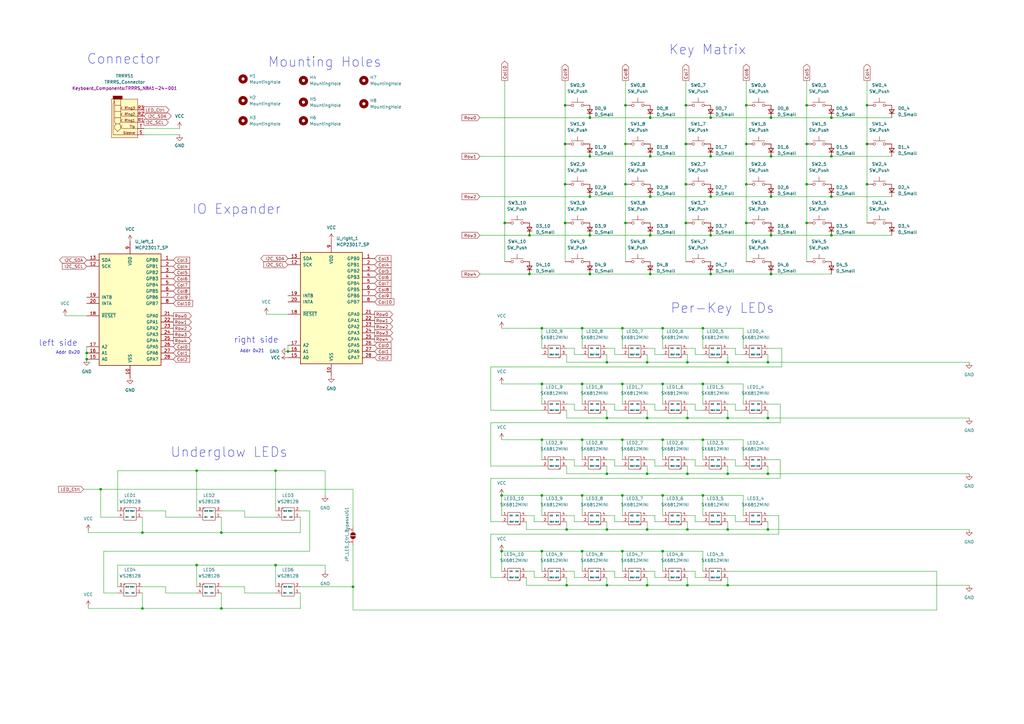
<source format=kicad_sch>
(kicad_sch (version 20231120) (generator "eeschema") (generator_version "8.0")
  (paper "A3")
  (junction (at 222.25 226.06))
  (junction (at 281.94 171.45))
  (junction (at 232.41 240.03))
  (junction (at 298.45 148.59))
  (junction (at 316.23 96.52))
  (junction (at 316.23 80.645))
  (junction (at 281.305 43.18))
  (junction (at 340.995 64.135))
  (junction (at 340.995 80.645))
  (junction (at 256.54 43.18))
  (junction (at 330.835 43.18))
  (junction (at 241.935 96.52))
  (junction (at 205.74 203.2))
  (junction (at 80.645 231.775))
  (junction (at 271.78 203.2))
  (junction (at 118.11 144.145))
  (junction (at 314.96 194.31))
  (junction (at 291.465 96.52))
  (junction (at 306.07 59.055))
  (junction (at 222.25 157.48))
  (junction (at 255.27 226.06))
  (junction (at 271.78 226.06))
  (junction (at 241.935 80.645))
  (junction (at 265.43 240.03))
  (junction (at 238.76 134.62))
  (junction (at 314.96 148.59))
  (junction (at 238.76 180.34))
  (junction (at 256.54 59.055))
  (junction (at 113.03 193.04))
  (junction (at 316.23 112.395))
  (junction (at 255.27 157.48))
  (junction (at 316.23 64.135))
  (junction (at 255.27 134.62))
  (junction (at 266.7 48.26))
  (junction (at 271.78 134.62))
  (junction (at 241.935 64.135))
  (junction (at 330.835 75.565))
  (junction (at 217.17 96.52))
  (junction (at 248.92 194.31))
  (junction (at 248.92 171.45))
  (junction (at 281.305 59.055))
  (junction (at 113.03 231.775))
  (junction (at 355.6 59.055))
  (junction (at 222.25 134.62))
  (junction (at 248.92 148.59))
  (junction (at 281.305 91.44))
  (junction (at 298.45 194.31))
  (junction (at 266.7 64.135))
  (junction (at 281.94 217.17))
  (junction (at 340.995 96.52))
  (junction (at 316.23 48.26))
  (junction (at 217.17 112.395))
  (junction (at 281.94 240.03))
  (junction (at 355.6 75.565))
  (junction (at 231.775 91.44))
  (junction (at 281.94 148.59))
  (junction (at 90.805 249.555))
  (junction (at 281.305 75.565))
  (junction (at 255.27 180.34))
  (junction (at 222.25 203.2))
  (junction (at 265.43 148.59))
  (junction (at 58.42 249.555))
  (junction (at 231.775 75.565))
  (junction (at 80.645 193.04))
  (junction (at 41.275 200.66))
  (junction (at 271.78 157.48))
  (junction (at 231.775 43.18))
  (junction (at 291.465 112.395))
  (junction (at 265.43 194.31))
  (junction (at 58.42 218.44))
  (junction (at 241.935 48.26))
  (junction (at 306.07 75.565))
  (junction (at 291.465 64.135))
  (junction (at 238.76 203.2))
  (junction (at 35.56 144.78))
  (junction (at 231.775 59.055))
  (junction (at 330.835 91.44))
  (junction (at 241.935 112.395))
  (junction (at 256.54 91.44))
  (junction (at 288.29 134.62))
  (junction (at 291.465 80.645))
  (junction (at 238.76 226.06))
  (junction (at 314.96 171.45))
  (junction (at 298.45 217.17))
  (junction (at 330.835 59.055))
  (junction (at 90.805 218.44))
  (junction (at 271.78 180.34))
  (junction (at 281.94 194.31))
  (junction (at 256.54 75.565))
  (junction (at 238.76 157.48))
  (junction (at 288.29 180.34))
  (junction (at 340.995 48.26))
  (junction (at 355.6 43.18))
  (junction (at 207.01 91.44))
  (junction (at 255.27 203.2))
  (junction (at 298.45 171.45))
  (junction (at 265.43 217.17))
  (junction (at 205.74 226.06))
  (junction (at 232.41 217.17))
  (junction (at 35.56 147.32))
  (junction (at 288.29 203.2))
  (junction (at 222.25 180.34))
  (junction (at 265.43 171.45))
  (junction (at 306.07 43.18))
  (junction (at 266.7 80.645))
  (junction (at 306.07 91.44))
  (junction (at 298.45 240.03))
  (junction (at 266.7 112.395))
  (junction (at 248.92 240.03))
  (junction (at 288.29 157.48))
  (junction (at 314.96 217.17))
  (junction (at 248.92 217.17))
  (junction (at 144.78 240.665))
  (junction (at 266.7 96.52))
  (junction (at 291.465 48.26))
  (wire (pts (xy 291.465 112.395) (xy 316.23 112.395)))
  (wire (pts (xy 58.42 249.555) (xy 90.805 249.555)))
  (wire (pts (xy 123.19 240.665) (xy 144.78 240.665)))
  (wire (pts (xy 118.11 141.605) (xy 118.11 144.145)))
  (wire (pts (xy 288.29 234.315) (xy 288.29 226.06)))
  (wire (pts (xy 330.835 43.18) (xy 330.835 59.055)))
  (wire (pts (xy 301.625 165.735) (xy 301.625 168.275)))
  (wire (pts (xy 201.295 168.275) (xy 222.25 168.275)))
  (wire (pts (xy 80.645 193.04) (xy 80.645 209.55)))
  (wire (pts (xy 59.055 55.245) (xy 73.66 55.245)))
  (wire (pts (xy 235.585 145.415) (xy 238.76 145.415)))
  (wire (pts (xy 207.01 33.02) (xy 207.01 91.44)))
  (wire (pts (xy 48.26 193.04) (xy 80.645 193.04)))
  (wire (pts (xy 26.67 129.54) (xy 35.56 129.54)))
  (wire (pts (xy 256.54 43.18) (xy 256.54 59.055)))
  (wire (pts (xy 238.76 134.62) (xy 255.27 134.62)))
  (wire (pts (xy 255.27 211.455) (xy 255.27 203.2)))
  (wire (pts (xy 58.42 209.55) (xy 67.945 209.55)))
  (wire (pts (xy 100.33 240.665) (xy 100.33 243.205)))
  (wire (pts (xy 90.805 240.665) (xy 100.33 240.665)))
  (wire (pts (xy 113.03 231.775) (xy 113.03 240.665)))
  (wire (pts (xy 298.45 240.03) (xy 397.51 240.03)))
  (wire (pts (xy 265.43 191.135) (xy 265.43 194.31)))
  (wire (pts (xy 340.995 64.135) (xy 365.76 64.135)))
  (wire (pts (xy 271.78 157.48) (xy 288.29 157.48)))
  (wire (pts (xy 285.115 188.595) (xy 285.115 191.135)))
  (wire (pts (xy 58.42 212.09) (xy 58.42 218.44)))
  (wire (pts (xy 196.85 64.135) (xy 241.935 64.135)))
  (wire (pts (xy 320.04 188.595) (xy 314.96 188.595)))
  (wire (pts (xy 109.22 128.905) (xy 118.11 128.905)))
  (wire (pts (xy 301.625 188.595) (xy 301.625 191.135)))
  (wire (pts (xy 301.625 191.135) (xy 304.8 191.135)))
  (wire (pts (xy 304.8 211.455) (xy 304.8 203.2)))
  (wire (pts (xy 316.23 64.135) (xy 340.995 64.135)))
  (wire (pts (xy 291.465 96.52) (xy 316.23 96.52)))
  (wire (pts (xy 144.78 215.9) (xy 144.78 200.66)))
  (wire (pts (xy 281.94 213.995) (xy 281.94 217.17)))
  (wire (pts (xy 268.605 142.875) (xy 268.605 145.415)))
  (wire (pts (xy 291.465 48.26) (xy 316.23 48.26)))
  (wire (pts (xy 222.25 226.06) (xy 238.76 226.06)))
  (wire (pts (xy 207.01 91.44) (xy 207.01 107.315)))
  (wire (pts (xy 222.25 142.875) (xy 222.25 134.62)))
  (wire (pts (xy 219.075 236.855) (xy 222.25 236.855)))
  (wire (pts (xy 235.585 211.455) (xy 235.585 213.995)))
  (wire (pts (xy 248.92 240.03) (xy 265.43 240.03)))
  (wire (pts (xy 265.43 217.17) (xy 281.94 217.17)))
  (wire (pts (xy 291.465 64.135) (xy 316.23 64.135)))
  (wire (pts (xy 248.92 234.315) (xy 252.095 234.315)))
  (wire (pts (xy 205.74 236.855) (xy 201.295 236.855)))
  (wire (pts (xy 271.78 180.34) (xy 288.29 180.34)))
  (wire (pts (xy 314.96 213.995) (xy 314.96 217.17)))
  (wire (pts (xy 219.075 211.455) (xy 219.075 213.995)))
  (wire (pts (xy 268.605 236.855) (xy 271.78 236.855)))
  (wire (pts (xy 316.23 112.395) (xy 340.995 112.395)))
  (wire (pts (xy 231.775 43.18) (xy 231.775 59.055)))
  (wire (pts (xy 67.945 212.09) (xy 80.645 212.09)))
  (wire (pts (xy 144.78 223.52) (xy 144.78 240.665)))
  (wire (pts (xy 281.94 191.135) (xy 281.94 194.31)))
  (wire (pts (xy 58.42 240.665) (xy 67.945 240.665)))
  (wire (pts (xy 281.94 236.855) (xy 281.94 240.03)))
  (wire (pts (xy 288.29 188.595) (xy 288.29 180.34)))
  (wire (pts (xy 271.78 188.595) (xy 271.78 180.34)))
  (wire (pts (xy 252.095 165.735) (xy 252.095 168.275)))
  (wire (pts (xy 100.33 209.55) (xy 100.33 212.09)))
  (wire (pts (xy 205.74 134.62) (xy 222.25 134.62)))
  (wire (pts (xy 34.29 200.66) (xy 41.275 200.66)))
  (wire (pts (xy 232.41 171.45) (xy 248.92 171.45)))
  (wire (pts (xy 248.92 194.31) (xy 265.43 194.31)))
  (wire (pts (xy 320.675 142.875) (xy 314.96 142.875)))
  (wire (pts (xy 304.8 142.875) (xy 304.8 134.62)))
  (wire (pts (xy 248.92 213.995) (xy 248.92 217.17)))
  (wire (pts (xy 100.33 243.205) (xy 113.03 243.205)))
  (wire (pts (xy 288.29 203.2) (xy 304.8 203.2)))
  (wire (pts (xy 306.07 91.44) (xy 306.07 107.315)))
  (wire (pts (xy 265.43 168.275) (xy 265.43 171.45)))
  (wire (pts (xy 42.545 226.06) (xy 127 226.06)))
  (wire (pts (xy 58.42 218.44) (xy 90.805 218.44)))
  (wire (pts (xy 222.25 180.34) (xy 238.76 180.34)))
  (wire (pts (xy 248.92 211.455) (xy 252.095 211.455)))
  (wire (pts (xy 36.195 248.92) (xy 36.195 249.555)))
  (wire (pts (xy 248.92 191.135) (xy 248.92 194.31)))
  (wire (pts (xy 355.6 59.055) (xy 355.6 75.565)))
  (wire (pts (xy 285.115 234.315) (xy 285.115 236.855)))
  (wire (pts (xy 265.43 142.875) (xy 268.605 142.875)))
  (wire (pts (xy 281.94 188.595) (xy 285.115 188.595)))
  (wire (pts (xy 301.625 142.875) (xy 301.625 145.415)))
  (wire (pts (xy 314.96 145.415) (xy 314.96 148.59)))
  (wire (pts (xy 252.095 234.315) (xy 252.095 236.855)))
  (wire (pts (xy 285.115 168.275) (xy 288.29 168.275)))
  (wire (pts (xy 232.41 188.595) (xy 235.585 188.595)))
  (wire (pts (xy 266.7 48.26) (xy 291.465 48.26)))
  (wire (pts (xy 281.305 33.02) (xy 281.305 43.18)))
  (wire (pts (xy 298.45 211.455) (xy 301.625 211.455)))
  (wire (pts (xy 301.625 145.415) (xy 304.8 145.415)))
  (wire (pts (xy 238.76 157.48) (xy 255.27 157.48)))
  (wire (pts (xy 330.835 59.055) (xy 330.835 75.565)))
  (wire (pts (xy 281.94 148.59) (xy 298.45 148.59)))
  (wire (pts (xy 265.43 240.03) (xy 281.94 240.03)))
  (wire (pts (xy 256.54 59.055) (xy 256.54 75.565)))
  (wire (pts (xy 215.9 217.17) (xy 232.41 217.17)))
  (wire (pts (xy 201.295 191.135) (xy 222.25 191.135)))
  (wire (pts (xy 217.17 112.395) (xy 241.935 112.395)))
  (wire (pts (xy 265.43 236.855) (xy 265.43 240.03)))
  (wire (pts (xy 41.275 212.09) (xy 48.26 212.09)))
  (wire (pts (xy 42.545 226.06) (xy 42.545 243.205)))
  (wire (pts (xy 319.405 211.455) (xy 314.96 211.455)))
  (wire (pts (xy 271.78 226.06) (xy 288.29 226.06)))
  (wire (pts (xy 241.935 96.52) (xy 266.7 96.52)))
  (wire (pts (xy 67.945 243.205) (xy 80.645 243.205)))
  (wire (pts (xy 248.92 165.735) (xy 252.095 165.735)))
  (wire (pts (xy 306.07 59.055) (xy 306.07 75.565)))
  (wire (pts (xy 248.92 168.275) (xy 248.92 171.45)))
  (wire (pts (xy 67.945 240.665) (xy 67.945 243.205)))
  (wire (pts (xy 123.19 209.55) (xy 127 209.55)))
  (wire (pts (xy 330.835 75.565) (xy 330.835 91.44)))
  (wire (pts (xy 255.27 165.735) (xy 255.27 157.48)))
  (wire (pts (xy 248.92 236.855) (xy 248.92 240.03)))
  (wire (pts (xy 340.995 48.26) (xy 365.76 48.26)))
  (wire (pts (xy 281.305 91.44) (xy 281.305 107.315)))
  (wire (pts (xy 285.115 236.855) (xy 288.29 236.855)))
  (wire (pts (xy 301.625 211.455) (xy 301.625 213.995)))
  (wire (pts (xy 285.115 213.995) (xy 288.29 213.995)))
  (wire (pts (xy 238.76 165.735) (xy 238.76 157.48)))
  (wire (pts (xy 268.605 213.995) (xy 271.78 213.995)))
  (wire (pts (xy 255.27 134.62) (xy 271.78 134.62)))
  (wire (pts (xy 36.195 249.555) (xy 58.42 249.555)))
  (wire (pts (xy 281.94 194.31) (xy 298.45 194.31)))
  (wire (pts (xy 232.41 142.875) (xy 235.585 142.875)))
  (wire (pts (xy 144.78 250.19) (xy 384.175 250.19)))
  (wire (pts (xy 320.04 165.735) (xy 314.96 165.735)))
  (wire (pts (xy 59.055 52.705) (xy 73.66 52.705)))
  (wire (pts (xy 319.405 219.075) (xy 319.405 211.455)))
  (wire (pts (xy 196.85 80.645) (xy 241.935 80.645)))
  (wire (pts (xy 301.625 168.275) (xy 304.8 168.275)))
  (wire (pts (xy 285.115 142.875) (xy 285.115 145.415)))
  (wire (pts (xy 330.835 33.02) (xy 330.835 43.18)))
  (wire (pts (xy 255.27 203.2) (xy 271.78 203.2)))
  (wire (pts (xy 232.41 236.855) (xy 232.41 240.03)))
  (wire (pts (xy 36.195 217.805) (xy 36.195 218.44)))
  (wire (pts (xy 320.04 173.355) (xy 320.04 165.735)))
  (wire (pts (xy 35.56 144.78) (xy 35.56 147.32)))
  (wire (pts (xy 252.095 213.995) (xy 255.27 213.995)))
  (wire (pts (xy 281.305 59.055) (xy 281.305 75.565)))
  (wire (pts (xy 205.74 211.455) (xy 205.74 203.2)))
  (wire (pts (xy 222.25 134.62) (xy 238.76 134.62)))
  (wire (pts (xy 281.305 43.18) (xy 281.305 59.055)))
  (wire (pts (xy 298.45 213.995) (xy 298.45 217.17)))
  (wire (pts (xy 201.295 173.355) (xy 201.295 191.135)))
  (wire (pts (xy 268.605 188.595) (xy 268.605 191.135)))
  (wire (pts (xy 219.075 213.995) (xy 222.25 213.995)))
  (wire (pts (xy 232.41 240.03) (xy 248.92 240.03)))
  (wire (pts (xy 285.115 191.135) (xy 288.29 191.135)))
  (wire (pts (xy 268.605 168.275) (xy 271.78 168.275)))
  (wire (pts (xy 256.54 33.02) (xy 256.54 43.18)))
  (wire (pts (xy 384.175 234.315) (xy 298.45 234.315)))
  (wire (pts (xy 48.26 240.665) (xy 48.26 231.775)))
  (wire (pts (xy 235.585 188.595) (xy 235.585 191.135)))
  (wire (pts (xy 255.27 157.48) (xy 271.78 157.48)))
  (wire (pts (xy 285.115 145.415) (xy 288.29 145.415)))
  (wire (pts (xy 232.41 194.31) (xy 248.92 194.31)))
  (wire (pts (xy 298.45 145.415) (xy 298.45 148.59)))
  (wire (pts (xy 201.295 219.075) (xy 319.405 219.075)))
  (wire (pts (xy 80.645 231.775) (xy 113.03 231.775)))
  (wire (pts (xy 320.04 196.215) (xy 320.04 188.595)))
  (wire (pts (xy 268.605 211.455) (xy 268.605 213.995)))
  (wire (pts (xy 281.94 145.415) (xy 281.94 148.59)))
  (wire (pts (xy 256.54 75.565) (xy 256.54 91.44)))
  (wire (pts (xy 222.25 188.595) (xy 222.25 180.34)))
  (wire (pts (xy 196.85 112.395) (xy 217.17 112.395)))
  (wire (pts (xy 281.94 234.315) (xy 285.115 234.315)))
  (wire (pts (xy 232.41 211.455) (xy 235.585 211.455)))
  (wire (pts (xy 314.96 148.59) (xy 397.51 148.59)))
  (wire (pts (xy 288.29 180.34) (xy 304.8 180.34)))
  (wire (pts (xy 271.78 142.875) (xy 271.78 134.62)))
  (wire (pts (xy 248.92 171.45) (xy 265.43 171.45)))
  (wire (pts (xy 330.835 91.44) (xy 330.835 107.315)))
  (wire (pts (xy 268.605 165.735) (xy 268.605 168.275)))
  (wire (pts (xy 232.41 213.995) (xy 232.41 217.17)))
  (wire (pts (xy 205.74 203.2) (xy 222.25 203.2)))
  (wire (pts (xy 316.23 96.52) (xy 340.995 96.52)))
  (wire (pts (xy 266.7 96.52) (xy 291.465 96.52)))
  (wire (pts (xy 281.94 142.875) (xy 285.115 142.875)))
  (wire (pts (xy 90.805 218.44) (xy 123.19 218.44)))
  (wire (pts (xy 215.9 240.03) (xy 232.41 240.03)))
  (wire (pts (xy 384.175 250.19) (xy 384.175 234.315)))
  (wire (pts (xy 265.43 194.31) (xy 281.94 194.31)))
  (wire (pts (xy 231.775 33.02) (xy 231.775 43.18)))
  (wire (pts (xy 232.41 145.415) (xy 232.41 148.59)))
  (wire (pts (xy 123.19 212.09) (xy 123.19 218.44)))
  (wire (pts (xy 238.76 211.455) (xy 238.76 203.2)))
  (wire (pts (xy 288.29 211.455) (xy 288.29 203.2)))
  (wire (pts (xy 196.85 48.26) (xy 241.935 48.26)))
  (wire (pts (xy 268.605 191.135) (xy 271.78 191.135)))
  (wire (pts (xy 235.585 236.855) (xy 238.76 236.855)))
  (wire (pts (xy 256.54 91.44) (xy 256.54 107.315)))
  (wire (pts (xy 320.675 150.495) (xy 320.675 142.875)))
  (wire (pts (xy 113.03 193.04) (xy 113.03 209.55)))
  (wire (pts (xy 222.25 165.735) (xy 222.25 157.48)))
  (wire (pts (xy 298.45 165.735) (xy 301.625 165.735)))
  (wire (pts (xy 248.92 142.875) (xy 252.095 142.875)))
  (wire (pts (xy 268.605 145.415) (xy 271.78 145.415)))
  (wire (pts (xy 235.585 165.735) (xy 235.585 168.275)))
  (wire (pts (xy 222.25 234.315) (xy 222.25 226.06)))
  (wire (pts (xy 281.94 240.03) (xy 298.45 240.03)))
  (wire (pts (xy 314.96 171.45) (xy 397.51 171.45)))
  (wire (pts (xy 231.775 91.44) (xy 231.775 107.315)))
  (wire (pts (xy 340.995 96.52) (xy 365.76 96.52)))
  (wire (pts (xy 241.935 80.645) (xy 266.7 80.645)))
  (wire (pts (xy 298.45 188.595) (xy 301.625 188.595)))
  (wire (pts (xy 215.9 236.855) (xy 215.9 240.03)))
  (wire (pts (xy 201.295 150.495) (xy 320.675 150.495)))
  (wire (pts (xy 298.45 191.135) (xy 298.45 194.31)))
  (wire (pts (xy 252.095 168.275) (xy 255.27 168.275)))
  (wire (pts (xy 48.26 231.775) (xy 80.645 231.775)))
  (wire (pts (xy 281.305 75.565) (xy 281.305 91.44)))
  (wire (pts (xy 80.645 193.04) (xy 113.03 193.04)))
  (wire (pts (xy 355.6 75.565) (xy 355.6 91.44)))
  (wire (pts (xy 252.095 236.855) (xy 255.27 236.855)))
  (wire (pts (xy 255.27 142.875) (xy 255.27 134.62)))
  (wire (pts (xy 271.78 165.735) (xy 271.78 157.48)))
  (wire (pts (xy 232.41 234.315) (xy 235.585 234.315)))
  (wire (pts (xy 222.25 157.48) (xy 238.76 157.48)))
  (wire (pts (xy 232.41 217.17) (xy 248.92 217.17)))
  (wire (pts (xy 232.41 168.275) (xy 232.41 171.45)))
  (wire (pts (xy 235.585 213.995) (xy 238.76 213.995)))
  (wire (pts (xy 196.85 96.52) (xy 217.17 96.52)))
  (wire (pts (xy 133.35 193.04) (xy 133.35 203.2)))
  (wire (pts (xy 217.17 96.52) (xy 241.935 96.52)))
  (wire (pts (xy 265.43 145.415) (xy 265.43 148.59)))
  (wire (pts (xy 271.78 203.2) (xy 288.29 203.2)))
  (wire (pts (xy 238.76 142.875) (xy 238.76 134.62)))
  (wire (pts (xy 201.295 173.355) (xy 320.04 173.355)))
  (wire (pts (xy 255.27 234.315) (xy 255.27 226.06)))
  (wire (pts (xy 241.935 112.395) (xy 266.7 112.395)))
  (wire (pts (xy 80.645 231.775) (xy 80.645 240.665)))
  (wire (pts (xy 235.585 168.275) (xy 238.76 168.275)))
  (wire (pts (xy 306.07 43.18) (xy 306.07 59.055)))
  (wire (pts (xy 238.76 234.315) (xy 238.76 226.06)))
  (wire (pts (xy 222.25 203.2) (xy 238.76 203.2)))
  (wire (pts (xy 205.74 234.315) (xy 205.74 226.06)))
  (wire (pts (xy 304.8 165.735) (xy 304.8 157.48)))
  (wire (pts (xy 201.295 196.215) (xy 201.295 213.995)))
  (wire (pts (xy 266.7 64.135) (xy 291.465 64.135)))
  (wire (pts (xy 36.195 218.44) (xy 58.42 218.44)))
  (wire (pts (xy 58.42 243.205) (xy 58.42 249.555)))
  (wire (pts (xy 298.45 171.45) (xy 314.96 171.45)))
  (wire (pts (xy 298.45 148.59) (xy 314.96 148.59)))
  (wire (pts (xy 255.27 188.595) (xy 255.27 180.34)))
  (wire (pts (xy 201.295 196.215) (xy 320.04 196.215)))
  (wire (pts (xy 90.805 243.205) (xy 90.805 249.555)))
  (wire (pts (xy 144.78 200.66) (xy 41.275 200.66)))
  (wire (pts (xy 314.96 194.31) (xy 397.51 194.31)))
  (wire (pts (xy 255.27 226.06) (xy 271.78 226.06)))
  (wire (pts (xy 281.94 211.455) (xy 285.115 211.455)))
  (wire (pts (xy 113.03 231.775) (xy 133.35 231.775)))
  (wire (pts (xy 314.96 191.135) (xy 314.96 194.31)))
  (wire (pts (xy 201.295 150.495) (xy 201.295 168.275)))
  (wire (pts (xy 205.74 180.34) (xy 222.25 180.34)))
  (wire (pts (xy 255.27 180.34) (xy 271.78 180.34)))
  (wire (pts (xy 298.45 217.17) (xy 314.96 217.17)))
  (wire (pts (xy 252.095 211.455) (xy 252.095 213.995)))
  (wire (pts (xy 232.41 191.135) (xy 232.41 194.31)))
  (wire (pts (xy 265.43 188.595) (xy 268.605 188.595)))
  (wire (pts (xy 238.76 226.06) (xy 255.27 226.06)))
  (wire (pts (xy 314.96 217.17) (xy 397.51 217.17)))
  (wire (pts (xy 232.41 165.735) (xy 235.585 165.735)))
  (wire (pts (xy 133.35 231.775) (xy 133.35 234.315)))
  (wire (pts (xy 285.115 211.455) (xy 285.115 213.995)))
  (wire (pts (xy 235.585 142.875) (xy 235.585 145.415)))
  (wire (pts (xy 281.94 165.735) (xy 285.115 165.735)))
  (wire (pts (xy 288.29 142.875) (xy 288.29 134.62)))
  (wire (pts (xy 42.545 243.205) (xy 48.26 243.205)))
  (wire (pts (xy 306.07 33.02) (xy 306.07 43.18)))
  (wire (pts (xy 241.935 64.135) (xy 266.7 64.135)))
  (wire (pts (xy 281.94 168.275) (xy 281.94 171.45)))
  (wire (pts (xy 298.45 236.855) (xy 298.45 240.03)))
  (wire (pts (xy 271.78 211.455) (xy 271.78 203.2)))
  (wire (pts (xy 265.43 234.315) (xy 268.605 234.315)))
  (wire (pts (xy 281.94 217.17) (xy 298.45 217.17)))
  (wire (pts (xy 252.095 145.415) (xy 255.27 145.415)))
  (wire (pts (xy 252.095 191.135) (xy 255.27 191.135)))
  (wire (pts (xy 219.075 234.315) (xy 219.075 236.855)))
  (wire (pts (xy 266.7 80.645) (xy 291.465 80.645)))
  (wire (pts (xy 306.07 75.565) (xy 306.07 91.44)))
  (wire (pts (xy 266.7 112.395) (xy 291.465 112.395)))
  (wire (pts (xy 238.76 180.34) (xy 255.27 180.34)))
  (wire (pts (xy 238.76 188.595) (xy 238.76 180.34)))
  (wire (pts (xy 304.8 188.595) (xy 304.8 180.34)))
  (wire (pts (xy 222.25 211.455) (xy 222.25 203.2)))
  (wire (pts (xy 67.945 209.55) (xy 67.945 212.09)))
  (wire (pts (xy 205.74 157.48) (xy 222.25 157.48)))
  (wire (pts (xy 215.9 213.995) (xy 215.9 217.17)))
  (wire (pts (xy 127 209.55) (xy 127 226.06)))
  (wire (pts (xy 281.94 171.45) (xy 298.45 171.45)))
  (wire (pts (xy 205.74 213.995) (xy 201.295 213.995)))
  (wire (pts (xy 41.275 200.66) (xy 41.275 212.09)))
  (wire (pts (xy 248.92 188.595) (xy 252.095 188.595)))
  (wire (pts (xy 252.095 188.595) (xy 252.095 191.135)))
  (wire (pts (xy 231.775 75.565) (xy 231.775 91.44)))
  (wire (pts (xy 238.76 203.2) (xy 255.27 203.2)))
  (wire (pts (xy 265.43 165.735) (xy 268.605 165.735)))
  (wire (pts (xy 265.43 211.455) (xy 268.605 211.455)))
  (wire (pts (xy 215.9 211.455) (xy 219.075 211.455)))
  (wire (pts (xy 314.96 168.275) (xy 314.96 171.45)))
  (wire (pts (xy 248.92 145.415) (xy 248.92 148.59)))
  (wire (pts (xy 298.45 194.31) (xy 314.96 194.31)))
  (wire (pts (xy 252.095 142.875) (xy 252.095 145.415)))
  (wire (pts (xy 265.43 171.45) (xy 281.94 171.45)))
  (wire (pts (xy 301.625 213.995) (xy 304.8 213.995)))
  (wire (pts (xy 231.775 59.055) (xy 231.775 75.565)))
  (wire (pts (xy 35.56 142.24) (xy 35.56 144.78)))
  (wire (pts (xy 235.585 191.135) (xy 238.76 191.135)))
  (wire (pts (xy 298.45 168.275) (xy 298.45 171.45)))
  (wire (pts (xy 90.805 209.55) (xy 100.33 209.55)))
  (wire (pts (xy 201.295 219.075) (xy 201.295 236.855)))
  (wire (pts (xy 265.43 148.59) (xy 281.94 148.59)))
  (wire (pts (xy 235.585 234.315) (xy 235.585 236.855)))
  (wire (pts (xy 355.6 43.18) (xy 355.6 59.055)))
  (wire (pts (xy 298.45 142.875) (xy 301.625 142.875)))
  (wire (pts (xy 215.9 234.315) (xy 219.075 234.315)))
  (wire (pts (xy 90.805 212.09) (xy 90.805 218.44)))
  (wire (pts (xy 48.26 209.55) (xy 48.26 193.04)))
  (wire (pts (xy 268.605 234.315) (xy 268.605 236.855)))
  (wire (pts (xy 316.23 48.26) (xy 340.995 48.26)))
  (wire (pts (xy 271.78 134.62) (xy 288.29 134.62)))
  (wire (pts (xy 100.33 212.09) (xy 113.03 212.09)))
  (wire (pts (xy 340.995 80.645) (xy 365.76 80.645)))
  (wire (pts (xy 241.935 48.26) (xy 266.7 48.26)))
  (wire (pts (xy 123.19 243.205) (xy 123.19 249.555)))
  (wire (pts (xy 291.465 80.645) (xy 316.23 80.645)))
  (wire (pts (xy 355.6 33.02) (xy 355.6 43.18)))
  (wire (pts (xy 248.92 148.59) (xy 265.43 148.59)))
  (wire (pts (xy 113.03 193.04) (xy 133.35 193.04)))
  (wire (pts (xy 271.78 234.315) (xy 271.78 226.06)))
  (wire (pts (xy 288.29 157.48) (xy 304.8 157.48)))
  (wire (pts (xy 205.74 226.06) (xy 222.25 226.06)))
  (wire (pts (xy 144.78 240.665) (xy 144.78 250.19)))
  (wire (pts (xy 285.115 165.735) (xy 285.115 168.275)))
  (wire (pts (xy 316.23 80.645) (xy 340.995 80.645)))
  (wire (pts (xy 248.92 217.17) (xy 265.43 217.17)))
  (wire (pts (xy 232.41 148.59) (xy 248.92 148.59)))
  (wire (pts (xy 90.805 249.555) (xy 123.19 249.555)))
  (wire (pts (xy 265.43 213.995) (xy 265.43 217.17)))
  (wire (pts (xy 288.29 165.735) (xy 288.29 157.48)))
  (wire (pts (xy 288.29 134.62) (xy 304.8 134.62)))
  (text "IO Expander" (at 78.74 88.265 0) (effects (font (size 4 4)) (justify left bottom)))
  (text "Mounting Holes" (at 109.855 27.94 0) (effects (font (size 4 4)) (justify left bottom)))
  (text "Underglow LEDs" (at 69.85 187.96 0) (effects (font (size 4 4)) (justify left bottom)))
  (text "Connector" (at 35.56 26.67 0) (effects (font (size 4 4)) (justify left bottom)))
  (text "Addr 0x21" (at 98.425 144.78 0) (effects (font (size 1.27 1.27)) (justify left bottom)))
  (text "right side" (at 95.885 140.97 0) (effects (font (size 2.5 2.5)) (justify left bottom)))
  (text "left side" (at 15.875 142.24 0) (effects (font (size 2.5 2.5)) (justify left bottom)))
  (text "Key Matrix" (at 274.32 22.86 0) (effects (font (size 4 4)) (justify left bottom)))
  (text "Per-Key LEDs" (at 274.955 128.905 0) (effects (font (size 4 4)) (justify left bottom)))
  (text "Addr 0x20" (at 22.86 145.415 0) (effects (font (size 1.27 1.27)) (justify left bottom)))
  (global_label "Row0" (shape output) (at 71.12 129.54 0) (property "Intersheetrefs" "${INTERSHEET_REFS}" (effects (hide yes))))
  (global_label "Col5" (shape input) (at 71.12 111.76 0) (property "Intersheetrefs" "${INTERSHEET_REFS}" (effects (hide yes))))
  (global_label "Col8" (shape input) (at 153.67 118.745 0) (property "Intersheetrefs" "${INTERSHEET_REFS}" (effects (hide yes))))
  (global_label "Col6" (shape input) (at 71.12 114.3 0) (property "Intersheetrefs" "${INTERSHEET_REFS}" (effects (hide yes))))
  (global_label "Row2" (shape input) (at 196.85 80.645 180) (property "Intersheetrefs" "${INTERSHEET_REFS}" (effects (hide yes))))
  (global_label "Col5" (shape output) (at 330.835 33.02 90) (property "Intersheetrefs" "${INTERSHEET_REFS}" (effects (hide yes))))
  (global_label "Row1" (shape output) (at 153.67 131.445 0) (property "Intersheetrefs" "${INTERSHEET_REFS}" (effects (hide yes))))
  (global_label "Col6" (shape input) (at 153.67 113.665 0) (property "Intersheetrefs" "${INTERSHEET_REFS}" (effects (hide yes))))
  (global_label "Row4" (shape output) (at 71.12 139.7 0) (property "Intersheetrefs" "${INTERSHEET_REFS}" (effects (hide yes))))
  (global_label "Col4" (shape input) (at 71.12 109.22 0) (property "Intersheetrefs" "${INTERSHEET_REFS}" (effects (hide yes))))
  (global_label "Row4" (shape input) (at 196.85 112.395 180) (property "Intersheetrefs" "${INTERSHEET_REFS}" (effects (hide yes))))
  (global_label "Row1" (shape output) (at 71.12 132.08 0) (property "Intersheetrefs" "${INTERSHEET_REFS}" (effects (hide yes))))
  (global_label "Col4" (shape output) (at 355.6 33.02 90) (property "Intersheetrefs" "${INTERSHEET_REFS}" (effects (hide yes))))
  (global_label "Col9" (shape input) (at 153.67 121.285 0) (property "Intersheetrefs" "${INTERSHEET_REFS}" (effects (hide yes))))
  (global_label "Col7" (shape input) (at 153.67 116.205 0) (property "Intersheetrefs" "${INTERSHEET_REFS}" (effects (hide yes))))
  (global_label "I2C_SCL" (shape output) (at 59.055 50.165 0) (property "Intersheetrefs" "${INTERSHEET_REFS}" (effects (hide yes))))
  (global_label "Row2" (shape output) (at 153.67 133.985 0) (property "Intersheetrefs" "${INTERSHEET_REFS}" (effects (hide yes))))
  (global_label "Col10" (shape output) (at 207.01 33.02 90) (property "Intersheetrefs" "${INTERSHEET_REFS}" (effects (hide yes))))
  (global_label "Row3" (shape output) (at 153.67 136.525 0) (property "Intersheetrefs" "${INTERSHEET_REFS}" (effects (hide yes))))
  (global_label "Col3" (shape input) (at 71.12 106.68 0) (property "Intersheetrefs" "${INTERSHEET_REFS}" (effects (hide yes))))
  (global_label "Col5" (shape input) (at 153.67 111.125 0) (property "Intersheetrefs" "${INTERSHEET_REFS}" (effects (hide yes))))
  (global_label "I2C_SCL" (shape input) (at 118.11 108.585 180) (property "Intersheetrefs" "${INTERSHEET_REFS}" (effects (hide yes))))
  (global_label "Col9" (shape input) (at 71.12 121.92 0) (property "Intersheetrefs" "${INTERSHEET_REFS}" (effects (hide yes))))
  (global_label "Col0" (shape input) (at 153.67 141.605 0) (property "Intersheetrefs" "${INTERSHEET_REFS}" (effects (hide yes))))
  (global_label "LED_Ctrl" (shape input) (at 34.29 200.66 180) (property "Intersheetrefs" "${INTERSHEET_REFS}" (effects (hide yes))))
  (global_label "Row1" (shape input) (at 196.85 64.135 180) (property "Intersheetrefs" "${INTERSHEET_REFS}" (effects (hide yes))))
  (global_label "Row2" (shape output) (at 71.12 134.62 0) (property "Intersheetrefs" "${INTERSHEET_REFS}" (effects (hide yes))))
  (global_label "Col3" (shape input) (at 153.67 106.045 0) (property "Intersheetrefs" "${INTERSHEET_REFS}" (effects (hide yes))))
  (global_label "Col4" (shape input) (at 153.67 108.585 0) (property "Intersheetrefs" "${INTERSHEET_REFS}" (effects (hide yes))))
  (global_label "Row0" (shape input) (at 196.85 48.26 180) (property "Intersheetrefs" "${INTERSHEET_REFS}" (effects (hide yes))))
  (global_label "I2C_SDA" (shape bidirectional) (at 35.56 106.68 180) (property "Intersheetrefs" "${INTERSHEET_REFS}" (effects (hide yes))))
  (global_label "Row3" (shape output) (at 71.12 137.16 0) (property "Intersheetrefs" "${INTERSHEET_REFS}" (effects (hide yes))))
  (global_label "Col7" (shape input) (at 71.12 116.84 0) (property "Intersheetrefs" "${INTERSHEET_REFS}" (effects (hide yes))))
  (global_label "Col10" (shape input) (at 153.67 123.825 0) (property "Intersheetrefs" "${INTERSHEET_REFS}" (effects (hide yes))))
  (global_label "Row3" (shape input) (at 196.85 96.52 180) (property "Intersheetrefs" "${INTERSHEET_REFS}" (effects (hide yes))))
  (global_label "Row4" (shape output) (at 153.67 139.065 0) (property "Intersheetrefs" "${INTERSHEET_REFS}" (effects (hide yes))))
  (global_label "Col7" (shape output) (at 281.305 33.02 90) (property "Intersheetrefs" "${INTERSHEET_REFS}" (effects (hide yes))))
  (global_label "Col2" (shape input) (at 153.67 146.685 0) (property "Intersheetrefs" "${INTERSHEET_REFS}" (effects (hide yes))))
  (global_label "Col1" (shape input) (at 153.67 144.145 0) (property "Intersheetrefs" "${INTERSHEET_REFS}" (effects (hide yes))))
  (global_label "LED_Ctrl" (shape output) (at 59.055 45.085 0) (property "Intersheetrefs" "${INTERSHEET_REFS}" (effects (hide yes))))
  (global_label "I2C_SDA" (shape bidirectional) (at 59.055 47.625 0) (property "Intersheetrefs" "${INTERSHEET_REFS}" (effects (hide yes))))
  (global_label "Col10" (shape input) (at 71.12 124.46 0) (property "Intersheetrefs" "${INTERSHEET_REFS}" (effects (hide yes))))
  (global_label "Col8" (shape output) (at 256.54 33.02 90) (property "Intersheetrefs" "${INTERSHEET_REFS}" (effects (hide yes))))
  (global_label "I2C_SDA" (shape bidirectional) (at 118.11 106.045 180) (property "Intersheetrefs" "${INTERSHEET_REFS}" (effects (hide yes))))
  (global_label "Col9" (shape output) (at 231.775 33.02 90) (property "Intersheetrefs" "${INTERSHEET_REFS}" (effects (hide yes))))
  (global_label "I2C_SCL" (shape input) (at 35.56 109.22 180) (property "Intersheetrefs" "${INTERSHEET_REFS}" (effects (hide yes))))
  (global_label "Col6" (shape output) (at 306.07 33.02 90) (property "Intersheetrefs" "${INTERSHEET_REFS}" (effects (hide yes))))
  (global_label "Col8" (shape input) (at 71.12 119.38 0) (property "Intersheetrefs" "${INTERSHEET_REFS}" (effects (hide yes))))
  (global_label "Col2" (shape input) (at 71.12 147.32 0) (property "Intersheetrefs" "${INTERSHEET_REFS}" (effects (hide yes))))
  (global_label "Row0" (shape output) (at 153.67 128.905 0) (property "Intersheetrefs" "${INTERSHEET_REFS}" (effects (hide yes))))
  (global_label "Col1" (shape input) (at 71.12 144.78 0) (property "Intersheetrefs" "${INTERSHEET_REFS}" (effects (hide yes))))
  (global_label "Col0" (shape input) (at 71.12 142.24 0) (property "Intersheetrefs" "${INTERSHEET_REFS}" (effects (hide yes))))
  (symbol (lib_id "Mechanical:MountingHole") (at 124.46 49.53 0) (unit 1)
    (property "Reference" "H6" (at 127 48.2599 0) (effects (justify left)))
    (property "Value" "MountingHole" (at 127 50.7999 0) (effects (justify left)))
    (property "Footprint" "Keyboard_Components:Throughhole_Standoff" (effects (hide yes)))
  )
  (symbol (lib_id "Device:D_Small") (at 241.935 93.98 90) (unit 1)
    (property "Reference" "D3_9" (at 243.84 92.7099 90) (effects (justify right)))
    (property "Value" "D_Small" (at 243.84 95.2499 90) (effects (justify right)))
    (property "Footprint" "Keyboard_Components:Diode_SMD_Round_Pads" (effects (hide yes)))
  )
  (symbol (lib_id "Switch:SW_Push") (at 286.385 59.055 0) (unit 1)
    (property "Reference" "SW1_7" (at 286.385 50.8 0))
    (property "Value" "SW_Push" (at 286.385 53.34 0))
    (property "Footprint" "Switch_Footprints:MX_lss_100U_doubleSided" (effects (hide yes)))
  )
  (symbol (lib_id "Keyboard_Components:RGB_LED") (at 85.725 210.82 0) (unit 1)
    (property "Reference" "LED2" (at 85.725 203.2 0))
    (property "Value" "WS2812B" (at 85.725 205.74 0))
    (property "Footprint" "Keyboard_Components:WS2812B_doublesided" (effects (hide yes)))
    (property "Datasheet" "https://cdn-shop.adafruit.com/datasheets/WS2812B.pdf" (effects (hide yes)))
  )
  (symbol (lib_id "Switch:SW_Push") (at 360.68 91.44 0) (unit 1)
    (property "Reference" "SW3_4" (at 360.68 83.185 0))
    (property "Value" "SW_Push" (at 360.68 85.725 0))
    (property "Footprint" "Switch_Footprints:MX_lss_100U_doubleSided" (effects (hide yes)))
  )
  (symbol (lib_id "Device:D_Small") (at 266.7 61.595 90) (unit 1)
    (property "Reference" "D1_8" (at 269.24 60.3249 90) (effects (justify right)))
    (property "Value" "D_Small" (at 269.24 62.8649 90) (effects (justify right)))
    (property "Footprint" "Keyboard_Components:Diode_SMD_Round_Pads" (effects (hide yes)))
  )
  (symbol (lib_id "power:GND") (at 397.51 148.59 0) (unit 1)
    (property "Reference" "#PWR0107" (effects (hide yes)))
    (property "Value" "GND" (at 397.51 153.67 0))
  )
  (symbol (lib_id "power:VCC") (at 73.66 52.705 0) (unit 1)
    (property "Reference" "#PWR0112" (effects (hide yes)))
    (property "Value" "VCC" (at 73.66 47.625 0))
  )
  (symbol (lib_id "Keyboard_Components:TRRRS_Connector") (at 56.515 52.705 180) (unit 1)
    (property "Reference" "TRRRS1" (at 51.1175 31.115 0))
    (property "Value" "TRRRS_Connector" (at 51.1175 33.655 0))
    (property "Footprint" "Keyboard_Components:TRRRS_NBA1-24-001" (at 51.1175 36.195 0))
  )
  (symbol (lib_id "power:GND") (at 135.89 154.305 0) (unit 1)
    (property "Reference" "#PWR0123" (effects (hide yes)))
    (property "Value" "GND" (at 135.89 159.385 0))
  )
  (symbol (lib_id "power:VCC") (at 205.74 203.2 0) (unit 1)
    (property "Reference" "#PWR0108" (effects (hide yes)))
    (property "Value" "VCC" (at 205.74 198.12 0))
  )
  (symbol (lib_id "Device:D_Small") (at 340.995 93.98 90) (unit 1)
    (property "Reference" "D3_5" (at 342.9 92.7099 90) (effects (justify right)))
    (property "Value" "D_Small" (at 342.9 95.2499 90) (effects (justify right)))
    (property "Footprint" "Keyboard_Components:Diode_SMD_Round_Pads" (effects (hide yes)))
  )
  (symbol (lib_id "Mechanical:MountingHole") (at 149.225 42.545 0) (unit 1)
    (property "Reference" "H8" (at 151.765 41.2749 0) (effects (justify left)))
    (property "Value" "MountingHole" (at 151.765 43.8149 0) (effects (justify left)))
    (property "Footprint" "Keyboard_Components:Throughhole_Standoff" (effects (hide yes)))
  )
  (symbol (lib_id "power:VCC") (at 135.89 98.425 0) (unit 1)
    (property "Reference" "#PWR0122" (effects (hide yes)))
    (property "Value" "VCC" (at 135.89 93.345 0))
  )
  (symbol (lib_id "Switch:SW_Push") (at 286.385 107.315 0) (unit 1)
    (property "Reference" "SW4_7" (at 286.385 99.06 0))
    (property "Value" "SW_Push" (at 286.385 101.6 0))
    (property "Footprint" "Switch_Footprints:MX_lss_100U_doubleSided" (effects (hide yes)))
  )
  (symbol (lib_id "Keyboard_Components:RGB_LED") (at 276.86 235.585 180) (unit 1)
    (property "Reference" "LED4_6" (at 276.86 227.33 0))
    (property "Value" "SK6812MINI" (at 276.86 229.87 0))
    (property "Footprint" "Keyboard_Components:SK6812MiniE_MX_Addon" (effects (hide yes)))
    (property "Datasheet" "https://cdn-shop.adafruit.com/product-files/2686/SK6812MINI_REV.01-1-2.pdf" (effects (hide yes)))
  )
  (symbol (lib_id "Device:D_Small") (at 340.995 61.595 90) (unit 1)
    (property "Reference" "D1_5" (at 342.9 60.3249 90) (effects (justify right)))
    (property "Value" "D_Small" (at 342.9 62.8649 90) (effects (justify right)))
    (property "Footprint" "Keyboard_Components:Diode_SMD_Round_Pads" (effects (hide yes)))
  )
  (symbol (lib_id "Switch:SW_Push") (at 261.62 43.18 0) (unit 1)
    (property "Reference" "SW0_8" (at 261.62 34.925 0))
    (property "Value" "SW_Push" (at 261.62 37.465 0))
    (property "Footprint" "Switch_Footprints:MX_lss_100U_doubleSided" (effects (hide yes)))
  )
  (symbol (lib_id "power:VCC") (at 36.195 217.805 0) (unit 1)
    (property "Reference" "#PWR0117" (effects (hide yes)))
    (property "Value" "VCC" (at 36.195 212.725 0))
  )
  (symbol (lib_id "Keyboard_Components:RGB_LED") (at 210.82 235.585 180) (unit 1)
    (property "Reference" "LED4_10" (at 210.82 227.33 0))
    (property "Value" "SK6812MINI" (at 210.82 229.87 0))
    (property "Footprint" "Keyboard_Components:SK6812MiniE_MX_Addon" (effects (hide yes)))
    (property "Datasheet" "https://cdn-shop.adafruit.com/product-files/2686/SK6812MINI_REV.01-1-2.pdf" (effects (hide yes)))
  )
  (symbol (lib_id "Mechanical:MountingHole") (at 124.46 41.91 0) (unit 1)
    (property "Reference" "H5" (at 127 40.6399 0) (effects (justify left)))
    (property "Value" "MountingHole" (at 127 43.1799 0) (effects (justify left)))
    (property "Footprint" "Keyboard_Components:Throughhole_Standoff" (effects (hide yes)))
  )
  (symbol (lib_id "Switch:SW_Push") (at 335.915 75.565 0) (unit 1)
    (property "Reference" "SW2_5" (at 335.915 67.31 0))
    (property "Value" "SW_Push" (at 335.915 69.85 0))
    (property "Footprint" "Switch_Footprints:MX_lss_100U_doubleSided" (effects (hide yes)))
  )
  (symbol (lib_id "Switch:SW_Push") (at 335.915 107.315 0) (unit 1)
    (property "Reference" "SW4_5" (at 335.915 99.06 0))
    (property "Value" "SW_Push" (at 335.915 101.6 0))
    (property "Footprint" "Switch_Footprints:MX_lss_100U_doubleSided" (effects (hide yes)))
  )
  (symbol (lib_id "Keyboard_Components:RGB_LED") (at 260.35 235.585 180) (unit 1)
    (property "Reference" "LED4_7" (at 260.35 227.33 0))
    (property "Value" "SK6812MINI" (at 260.35 229.87 0))
    (property "Footprint" "Keyboard_Components:SK6812MiniE_MX_Addon" (effects (hide yes)))
    (property "Datasheet" "https://cdn-shop.adafruit.com/product-files/2686/SK6812MINI_REV.01-1-2.pdf" (effects (hide yes)))
  )
  (symbol (lib_id "Keyboard_Components:RGB_LED") (at 276.86 212.725 180) (unit 1)
    (property "Reference" "LED3_6" (at 276.86 204.47 0))
    (property "Value" "SK6812MINI" (at 276.86 207.01 0))
    (property "Footprint" "Keyboard_Components:SK6812MiniE_MX_Addon" (effects (hide yes)))
    (property "Datasheet" "https://cdn-shop.adafruit.com/product-files/2686/SK6812MINI_REV.01-1-2.pdf" (effects (hide yes)))
  )
  (symbol (lib_id "power:GND") (at 397.51 217.17 0) (unit 1)
    (property "Reference" "#PWR0103" (effects (hide yes)))
    (property "Value" "GND" (at 397.51 222.25 0))
  )
  (symbol (lib_id "Keyboard_Components:RGB_LED") (at 276.86 144.145 180) (unit 1)
    (property "Reference" "LED0_6" (at 276.86 135.89 0))
    (property "Value" "SK6812MINI" (at 276.86 138.43 0))
    (property "Footprint" "Keyboard_Components:SK6812MiniE_MX_Addon" (effects (hide yes)))
    (property "Datasheet" "https://cdn-shop.adafruit.com/product-files/2686/SK6812MINI_REV.01-1-2.pdf" (effects (hide yes)))
  )
  (symbol (lib_id "Keyboard_Components:RGB_LED") (at 227.33 144.145 180) (unit 1)
    (property "Reference" "LED0_9" (at 227.33 135.89 0))
    (property "Value" "SK6812MINI" (at 227.33 138.43 0))
    (property "Footprint" "Keyboard_Components:SK6812MiniE_MX_Addon" (effects (hide yes)))
    (property "Datasheet" "https://cdn-shop.adafruit.com/product-files/2686/SK6812MINI_REV.01-1-2.pdf" (effects (hide yes)))
  )
  (symbol (lib_id "power:VCC") (at 109.22 128.905 0) (unit 1)
    (property "Reference" "#PWR0120" (effects (hide yes)))
    (property "Value" "VCC" (at 109.22 123.825 0))
  )
  (symbol (lib_id "Device:D_Small") (at 316.23 61.595 90) (unit 1)
    (property "Reference" "D1_6" (at 318.77 60.3249 90) (effects (justify right)))
    (property "Value" "D_Small" (at 318.77 62.8649 90) (effects (justify right)))
    (property "Footprint" "Keyboard_Components:Diode_SMD_Round_Pads" (effects (hide yes)))
  )
  (symbol (lib_id "Keyboard_Components:RGB_LED") (at 309.88 167.005 180) (unit 1)
    (property "Reference" "LED1_4" (at 309.88 158.75 0))
    (property "Value" "SK6812MINI" (at 309.88 161.29 0))
    (property "Footprint" "Keyboard_Components:SK6812MiniE_MX_Addon" (effects (hide yes)))
    (property "Datasheet" "https://cdn-shop.adafruit.com/product-files/2686/SK6812MINI_REV.01-1-2.pdf" (effects (hide yes)))
  )
  (symbol (lib_id "power:VCC") (at 205.74 134.62 0) (unit 1)
    (property "Reference" "#PWR0102" (effects (hide yes)))
    (property "Value" "VCC" (at 205.74 129.54 0))
  )
  (symbol (lib_id "Device:D_Small") (at 291.465 109.855 90) (unit 1)
    (property "Reference" "D4_7" (at 293.37 108.5849 90) (effects (justify right)))
    (property "Value" "D_Small" (at 293.37 111.1249 90) (effects (justify right)))
    (property "Footprint" "Keyboard_Components:Diode_SMD_Round_Pads" (effects (hide yes)))
  )
  (symbol (lib_id "Switch:SW_Push") (at 311.15 107.315 0) (unit 1)
    (property "Reference" "SW4_6" (at 311.15 99.06 0))
    (property "Value" "SW_Push" (at 311.15 101.6 0))
    (property "Footprint" "Switch_Footprints:MX_lss_100U_doubleSided" (effects (hide yes)))
  )
  (symbol (lib_id "Device:D_Small") (at 316.23 78.105 90) (unit 1)
    (property "Reference" "D2_6" (at 318.77 76.8349 90) (effects (justify right)))
    (property "Value" "D_Small" (at 318.77 79.3749 90) (effects (justify right)))
    (property "Footprint" "Keyboard_Components:Diode_SMD_Round_Pads" (effects (hide yes)))
  )
  (symbol (lib_id "Mechanical:MountingHole") (at 99.695 41.275 0) (unit 1)
    (property "Reference" "H2" (at 102.235 40.0049 0) (effects (justify left)))
    (property "Value" "MountingHole" (at 102.235 42.5449 0) (effects (justify left)))
    (property "Footprint" "Keyboard_Components:Throughhole_Standoff" (effects (hide yes)))
  )
  (symbol (lib_id "Keyboard_Components:RGB_LED") (at 243.84 167.005 180) (unit 1)
    (property "Reference" "LED1_8" (at 243.84 158.75 0))
    (property "Value" "SK6812MINI" (at 243.84 161.29 0))
    (property "Footprint" "Keyboard_Components:SK6812MiniE_MX_Addon" (effects (hide yes)))
    (property "Datasheet" "https://cdn-shop.adafruit.com/product-files/2686/SK6812MINI_REV.01-1-2.pdf" (effects (hide yes)))
  )
  (symbol (lib_id "Keyboard_Components:RGB_LED") (at 243.84 189.865 180) (unit 1)
    (property "Reference" "LED2_8" (at 243.84 181.61 0))
    (property "Value" "SK6812MINI" (at 243.84 184.15 0))
    (property "Footprint" "Keyboard_Components:SK6812MiniE_MX_Addon" (effects (hide yes)))
    (property "Datasheet" "https://cdn-shop.adafruit.com/product-files/2686/SK6812MINI_REV.01-1-2.pdf" (effects (hide yes)))
  )
  (symbol (lib_id "Device:D_Small") (at 340.995 78.105 90) (unit 1)
    (property "Reference" "D2_5" (at 342.9 76.8349 90) (effects (justify right)))
    (property "Value" "D_Small" (at 342.9 79.3749 90) (effects (justify right)))
    (property "Footprint" "Keyboard_Components:Diode_SMD_Round_Pads" (effects (hide yes)))
  )
  (symbol (lib_id "Keyboard_Components:RGB_LED") (at 53.34 241.935 0) (unit 1)
    (property "Reference" "LED4" (at 53.34 233.68 0))
    (property "Value" "WS2812B" (at 53.34 236.22 0))
    (property "Footprint" "Keyboard_Components:WS2812B_doublesided" (effects (hide yes)))
    (property "Datasheet" "https://cdn-shop.adafruit.com/datasheets/WS2812B.pdf" (effects (hide yes)))
  )
  (symbol (lib_id "power:VCC") (at 118.11 146.685 90) (unit 1)
    (property "Reference" "#PWR0119" (effects (hide yes)))
    (property "Value" "VCC" (at 113.03 146.685 90))
  )
  (symbol (lib_id "Device:D_Small") (at 365.76 45.72 90) (unit 1)
    (property "Reference" "D0_4" (at 368.3 44.4499 90) (effects (justify right)))
    (property "Value" "D_Small" (at 368.3 46.9899 90) (effects (justify right)))
    (property "Footprint" "Keyboard_Components:Diode_SMD_Round_Pads" (effects (hide yes)))
  )
  (symbol (lib_id "Device:D_Small") (at 316.23 93.98 90) (unit 1)
    (property "Reference" "D3_6" (at 318.77 92.7099 90) (effects (justify right)))
    (property "Value" "D_Small" (at 318.77 95.2499 90) (effects (justify right)))
    (property "Footprint" "Keyboard_Components:Diode_SMD_Round_Pads" (effects (hide yes)))
  )
  (symbol (lib_id "power:GND") (at 118.11 144.145 270) (unit 1)
    (property "Reference" "#PWR0124" (effects (hide yes)))
    (property "Value" "GND" (at 110.49 144.145 90) (effects (justify left)))
  )
  (symbol (lib_id "Keyboard_Components:RGB_LED") (at 243.84 212.725 180) (unit 1)
    (property "Reference" "LED3_8" (at 243.84 204.47 0))
    (property "Value" "SK6812MINI" (at 243.84 207.01 0))
    (property "Footprint" "Keyboard_Components:SK6812MiniE_MX_Addon" (effects (hide yes)))
    (property "Datasheet" "https://cdn-shop.adafruit.com/product-files/2686/SK6812MINI_REV.01-1-2.pdf" (effects (hide yes)))
  )
  (symbol (lib_id "Keyboard_Components:RGB_LED") (at 293.37 144.145 180) (unit 1)
    (property "Reference" "LED0_5" (at 293.37 135.89 0))
    (property "Value" "SK6812MINI" (at 293.37 138.43 0))
    (property "Footprint" "Keyboard_Components:SK6812MiniE_MX_Addon" (effects (hide yes)))
    (property "Datasheet" "https://cdn-shop.adafruit.com/product-files/2686/SK6812MINI_REV.01-1-2.pdf" (effects (hide yes)))
  )
  (symbol (lib_id "Switch:SW_Push") (at 236.855 107.315 0) (unit 1)
    (property "Reference" "SW4_9" (at 236.855 99.06 0))
    (property "Value" "SW_Push" (at 236.855 101.6 0))
    (property "Footprint" "Switch_Footprints:MX_lss_100U_doubleSided" (effects (hide yes)))
  )
  (symbol (lib_id "Keyboard_Components:RGB_LED") (at 227.33 212.725 180) (unit 1)
    (property "Reference" "LED3_9" (at 227.33 204.47 0))
    (property "Value" "SK6812MINI" (at 227.33 207.01 0))
    (property "Footprint" "Keyboard_Components:SK6812MiniE_MX_Addon" (effects (hide yes)))
    (property "Datasheet" "https://cdn-shop.adafruit.com/product-files/2686/SK6812MINI_REV.01-1-2.pdf" (effects (hide yes)))
  )
  (symbol (lib_id "Mechanical:MountingHole") (at 124.46 33.02 0) (unit 1)
    (property "Reference" "H4" (at 127 31.7499 0) (effects (justify left)))
    (property "Value" "MountingHole" (at 127 34.2899 0) (effects (justify left)))
    (property "Footprint" "Keyboard_Components:Throughhole_Standoff" (effects (hide yes)))
  )
  (symbol (lib_id "Device:D_Small") (at 365.76 93.98 90) (unit 1)
    (property "Reference" "D3_4" (at 368.3 92.7099 90) (effects (justify right)))
    (property "Value" "D_Small" (at 368.3 95.2499 90) (effects (justify right)))
    (property "Footprint" "Keyboard_Components:Diode_SMD_Round_Pads" (effects (hide yes)))
  )
  (symbol (lib_id "power:VCC") (at 205.74 226.06 0) (unit 1)
    (property "Reference" "#PWR0109" (effects (hide yes)))
    (property "Value" "VCC" (at 205.74 220.98 0))
  )
  (symbol (lib_id "Interface_Expansion:MCP23017_SP") (at 53.34 127 0) (unit 1)
    (property "Reference" "U_left_1" (at 55.3594 99.06 0) (effects (justify left)))
    (property "Value" "MCP23017_SP" (at 55.3594 101.6 0) (effects (justify left)))
    (property "Footprint" "Keyboard_Components:MCP23017_THTasSMD_Singlesided" (effects (hide yes)))
    (property "Datasheet" "http://ww1.microchip.com/downloads/en/DeviceDoc/20001952C.pdf" (effects (hide yes)))
  )
  (symbol (lib_id "power:VCC") (at 205.74 157.48 0) (unit 1)
    (property "Reference" "#PWR0101" (effects (hide yes)))
    (property "Value" "VCC" (at 205.74 152.4 0))
  )
  (symbol (lib_id "Mechanical:MountingHole") (at 99.695 32.385 0) (unit 1)
    (property "Reference" "H1" (at 102.235 31.1149 0) (effects (justify left)))
    (property "Value" "MountingHole" (at 102.235 33.6549 0) (effects (justify left)))
    (property "Footprint" "Keyboard_Components:Throughhole_Standoff" (effects (hide yes)))
  )
  (symbol (lib_id "Keyboard_Components:RGB_LED") (at 293.37 235.585 180) (unit 1)
    (property "Reference" "LED4_5" (at 293.37 227.33 0))
    (property "Value" "SK6812MINI" (at 293.37 229.87 0))
    (property "Footprint" "Keyboard_Components:SK6812MiniE_MX_Addon" (effects (hide yes)))
    (property "Datasheet" "https://cdn-shop.adafruit.com/product-files/2686/SK6812MINI_REV.01-1-2.pdf" (effects (hide yes)))
  )
  (symbol (lib_id "power:GND") (at 73.66 55.245 0) (unit 1)
    (property "Reference" "#PWR0114" (effects (hide yes)))
    (property "Value" "GND" (at 73.66 59.69 0))
  )
  (symbol (lib_id "power:VCC") (at 26.67 129.54 0) (unit 1)
    (property "Reference" "#PWR0113" (effects (hide yes)))
    (property "Value" "VCC" (at 26.67 124.46 0))
  )
  (symbol (lib_id "power:GND") (at 397.51 171.45 0) (unit 1)
    (property "Reference" "#PWR0106" (effects (hide yes)))
    (property "Value" "GND" (at 397.51 176.53 0))
  )
  (symbol (lib_id "Switch:SW_Push") (at 335.915 43.18 0) (unit 1)
    (property "Reference" "SW0_5" (at 335.915 34.925 0))
    (property "Value" "SW_Push" (at 335.915 37.465 0))
    (property "Footprint" "Switch_Footprints:MX_lss_100U_doubleSided" (effects (hide yes)))
  )
  (symbol (lib_id "Keyboard_Components:RGB_LED") (at 243.84 235.585 180) (unit 1)
    (property "Reference" "LED4_8" (at 243.84 227.33 0))
    (property "Value" "SK6812MINI" (at 243.84 229.87 0))
    (property "Footprint" "Keyboard_Components:SK6812MiniE_MX_Addon" (effects (hide yes)))
    (property "Datasheet" "https://cdn-shop.adafruit.com/product-files/2686/SK6812MINI_REV.01-1-2.pdf" (effects (hide yes)))
  )
  (symbol (lib_id "Switch:SW_Push") (at 212.09 107.315 0) (unit 1)
    (property "Reference" "SW4_10" (at 212.09 99.06 0))
    (property "Value" "SW_Push" (at 212.09 101.6 0))
    (property "Footprint" "Switch_Footprints:MX_lss_100U_doubleSided" (effects (hide yes)))
  )
  (symbol (lib_id "Keyboard_Components:RGB_LED") (at 243.84 144.145 180) (unit 1)
    (property "Reference" "LED0_8" (at 243.84 135.89 0))
    (property "Value" "SK6812MINI" (at 243.84 138.43 0))
    (property "Footprint" "Keyboard_Components:SK6812MiniE_MX_Addon" (effects (hide yes)))
    (property "Datasheet" "https://cdn-shop.adafruit.com/product-files/2686/SK6812MINI_REV.01-1-2.pdf" (effects (hide yes)))
  )
  (symbol (lib_id "Keyboard_Components:RGB_LED") (at 309.88 144.145 180) (unit 1)
    (property "Reference" "LED0_4" (at 309.88 135.89 0))
    (property "Value" "SK6812MINI" (at 309.88 138.43 0))
    (property "Footprint" "Keyboard_Components:SK6812MiniE_MX_Addon" (effects (hide yes)))
    (property "Datasheet" "https://cdn-shop.adafruit.com/product-files/2686/SK6812MINI_REV.01-1-2.pdf" (effects (hide yes)))
  )
  (symbol (lib_id "Switch:SW_Push") (at 236.855 75.565 0) (unit 1)
    (property "Reference" "SW2_9" (at 236.855 67.31 0))
    (property "Value" "SW_Push" (at 236.855 69.85 0))
    (property "Footprint" "Switch_Footprints:MX_lss_100U_doubleSided" (effects (hide yes)))
  )
  (symbol (lib_id "Switch:SW_Push") (at 311.15 59.055 0) (unit 1)
    (property "Reference" "SW1_6" (at 311.15 50.8 0))
    (property "Value" "SW_Push" (at 311.15 53.34 0))
    (property "Footprint" "Switch_Footprints:MX_lss_100U_doubleSided" (effects (hide yes)))
  )
  (symbol (lib_id "power:GND") (at 53.34 154.94 0) (unit 1)
    (property "Reference" "#PWR0121" (effects (hide yes)))
    (property "Value" "GND" (at 53.34 160.02 0))
  )
  (symbol (lib_id "power:VCC") (at 205.74 180.34 0) (unit 1)
    (property "Reference" "#PWR0111" (effects (hide yes)))
    (property "Value" "VCC" (at 205.74 175.26 0))
  )
  (symbol (lib_id "Device:D_Small") (at 266.7 78.105 90) (unit 1)
    (property "Reference" "D2_8" (at 269.24 76.8349 90) (effects (justify right)))
    (property "Value" "D_Small" (at 269.24 79.3749 90) (effects (justify right)))
    (property "Footprint" "Keyboard_Components:Diode_SMD_Round_Pads" (effects (hide yes)))
  )
  (symbol (lib_id "Keyboard_Components:RGB_LED") (at 85.725 241.935 0) (unit 1)
    (property "Reference" "LED5" (at 85.725 233.68 0))
    (property "Value" "WS2812B" (at 85.725 236.22 0))
    (property "Footprint" "Keyboard_Components:WS2812B_doublesided" (effects (hide yes)))
    (property "Datasheet" "https://cdn-shop.adafruit.com/datasheets/WS2812B.pdf" (effects (hide yes)))
  )
  (symbol (lib_id "Switch:SW_Push") (at 286.385 75.565 0) (unit 1)
    (property "Reference" "SW2_7" (at 286.385 67.31 0))
    (property "Value" "SW_Push" (at 286.385 69.85 0))
    (property "Footprint" "Switch_Footprints:MX_lss_100U_doubleSided" (effects (hide yes)))
  )
  (symbol (lib_id "Switch:SW_Push") (at 311.15 75.565 0) (unit 1)
    (property "Reference" "SW2_6" (at 311.15 67.31 0))
    (property "Value" "SW_Push" (at 311.15 69.85 0))
    (property "Footprint" "Switch_Footprints:MX_lss_100U_doubleSided" (effects (hide yes)))
  )
  (symbol (lib_id "Jumper:SolderJumper_2_Open") (at 144.78 219.71 90) (unit 1)
    (property "Reference" "JP_LED_Ctrl_BypassUG1" (at 142.24 230.505 0) (effects (justify left)))
    (property "Value" "SolderJumper_2_Open" (effects (hide yes)))
    (property "Footprint" "Jumper:SolderJumper-2_P1.3mm_Open_RoundedPad1.0x1.5mm" (effects (hide yes)))
  )
  (symbol (lib_id "Device:D_Small") (at 291.465 78.105 90) (unit 1)
    (property "Reference" "D2_7" (at 293.37 76.8349 90) (effects (justify right)))
    (property "Value" "D_Small" (at 293.37 79.3749 90) (effects (justify right)))
    (property "Footprint" "Keyboard_Components:Diode_SMD_Round_Pads" (effects (hide yes)))
  )
  (symbol (lib_id "Device:D_Small") (at 266.7 93.98 90) (unit 1)
    (property "Reference" "D3_8" (at 269.24 92.7099 90) (effects (justify right)))
    (property "Value" "D_Small" (at 269.24 95.2499 90) (effects (justify right)))
    (property "Footprint" "Keyboard_Components:Diode_SMD_Round_Pads" (effects (hide yes)))
  )
  (symbol (lib_id "power:GND") (at 133.35 203.2 0) (unit 1)
    (property "Reference" "#PWR0118" (effects (hide yes)))
    (property "Value" "GND" (at 133.35 208.28 0))
  )
  (symbol (lib_id "Device:D_Small") (at 291.465 45.72 90) (unit 1)
    (property "Reference" "D0_7" (at 293.37 44.4499 90) (effects (justify right)))
    (property "Value" "D_Small" (at 293.37 46.9899 90) (effects (justify right)))
    (property "Footprint" "Keyboard_Components:Diode_SMD_Round_Pads" (effects (hide yes)))
  )
  (symbol (lib_id "Keyboard_Components:RGB_LED") (at 309.88 212.725 180) (unit 1)
    (property "Reference" "LED3_4" (at 309.88 204.47 0))
    (property "Value" "SK6812MINI" (at 309.88 207.01 0))
    (property "Footprint" "Keyboard_Components:SK6812MiniE_MX_Addon" (effects (hide yes)))
    (property "Datasheet" "https://cdn-shop.adafruit.com/product-files/2686/SK6812MINI_REV.01-1-2.pdf" (effects (hide yes)))
  )
  (symbol (lib_id "Switch:SW_Push") (at 261.62 107.315 0) (unit 1)
    (property "Reference" "SW4_8" (at 261.62 99.06 0))
    (property "Value" "SW_Push" (at 261.62 101.6 0))
    (property "Footprint" "Switch_Footprints:MX_lss_100U_doubleSided" (effects (hide yes)))
  )
  (symbol (lib_id "Switch:SW_Push") (at 335.915 91.44 0) (unit 1)
    (property "Reference" "SW3_5" (at 335.915 83.185 0))
    (property "Value" "SW_Push" (at 335.915 85.725 0))
    (property "Footprint" "Switch_Footprints:MX_lss_100U_doubleSided" (effects (hide yes)))
  )
  (symbol (lib_id "Mechanical:MountingHole") (at 99.695 49.53 0) (unit 1)
    (property "Reference" "H3" (at 102.235 48.2599 0) (effects (justify left)))
    (property "Value" "MountingHole" (at 102.235 50.7999 0) (effects (justify left)))
    (property "Footprint" "Keyboard_Components:Throughhole_Standoff" (effects (hide yes)))
  )
  (symbol (lib_id "Switch:SW_Push") (at 360.68 43.18 0) (unit 1)
    (property "Reference" "SW0_4" (at 360.68 34.925 0))
    (property "Value" "SW_Push" (at 360.68 37.465 0))
    (property "Footprint" "Switch_Footprints:MX_lss_100U_doubleSided" (effects (hide yes)))
  )
  (symbol (lib_id "Keyboard_Components:RGB_LED") (at 293.37 189.865 180) (unit 1)
    (property "Reference" "LED2_5" (at 293.37 181.61 0))
    (property "Value" "SK6812MINI" (at 293.37 184.15 0))
    (property "Footprint" "Keyboard_Components:SK6812MiniE_MX_Addon" (effects (hide yes)))
    (property "Datasheet" "https://cdn-shop.adafruit.com/product-files/2686/SK6812MINI_REV.01-1-2.pdf" (effects (hide yes)))
  )
  (symbol (lib_id "Device:D_Small") (at 241.935 78.105 90) (unit 1)
    (property "Reference" "D2_9" (at 243.84 76.8349 90) (effects (justify right)))
    (property "Value" "D_Small" (at 243.84 79.3749 90) (effects (justify right)))
    (property "Footprint" "Keyboard_Components:Diode_SMD_Round_Pads" (effects (hide yes)))
  )
  (symbol (lib_id "Keyboard_Components:RGB_LED") (at 118.11 210.82 0) (unit 1)
    (property "Reference" "LED3" (at 118.11 203.2 0))
    (property "Value" "WS2812B" (at 118.11 205.74 0))
    (property "Footprint" "Keyboard_Components:WS2812B_doublesided" (effects (hide yes)))
    (property "Datasheet" "https://cdn-shop.adafruit.com/datasheets/WS2812B.pdf" (effects (hide yes)))
  )
  (symbol (lib_id "power:VCC") (at 36.195 248.92 0) (unit 1)
    (property "Reference" "#PWR0110" (effects (hide yes)))
    (property "Value" "VCC" (at 36.195 243.84 0))
  )
  (symbol (lib_id "Device:D_Small") (at 241.935 61.595 90) (unit 1)
    (property "Reference" "D1_9" (at 243.84 60.3249 90) (effects (justify right)))
    (property "Value" "D_Small" (at 243.84 62.8649 90) (effects (justify right)))
    (property "Footprint" "Keyboard_Components:Diode_SMD_Round_Pads" (effects (hide yes)))
  )
  (symbol (lib_id "Switch:SW_Push") (at 236.855 91.44 0) (unit 1)
    (property "Reference" "SW3_9" (at 236.855 83.185 0))
    (property "Value" "SW_Push" (at 236.855 85.725 0))
    (property "Footprint" "Switch_Footprints:MX_lss_100U_doubleSided" (effects (hide yes)))
  )
  (symbol (lib_id "Device:D_Small") (at 217.17 109.855 90) (unit 1)
    (property "Reference" "D4_10" (at 219.71 108.5849 90) (effects (justify right)))
    (property "Value" "D_Small" (at 219.71 111.1249 90) (effects (justify right)))
    (property "Footprint" "Keyboard_Components:Diode_SMD_Round_Pads" (effects (hide yes)))
  )
  (symbol (lib_id "Keyboard_Components:RGB_LED") (at 260.35 167.005 180) (unit 1)
    (property "Reference" "LED1_7" (at 260.35 158.75 0))
    (property "Value" "SK6812MINI" (at 260.35 161.29 0))
    (property "Footprint" "Keyboard_Components:SK6812MiniE_MX_Addon" (effects (hide yes)))
    (property "Datasheet" "https://cdn-shop.adafruit.com/product-files/2686/SK6812MINI_REV.01-1-2.pdf" (effects (hide yes)))
  )
  (symbol (lib_id "Device:D_Small") (at 241.935 45.72 90) (unit 1)
    (property "Reference" "D0_9" (at 243.84 44.4499 90) (effects (justify right)))
    (property "Value" "D_Small" (at 243.84 46.9899 90) (effects (justify right)))
    (property "Footprint" "Keyboard_Components:Diode_SMD_Round_Pads" (effects (hide yes)))
  )
  (symbol (lib_id "Device:D_Small") (at 316.23 109.855 90) (unit 1)
    (property "Reference" "D4_6" (at 318.77 108.5849 90) (effects (justify right)))
    (property "Value" "D_Small" (at 318.77 111.1249 90) (effects (justify right)))
    (property "Footprint" "Keyboard_Components:Diode_SMD_Round_Pads" (effects (hide yes)))
  )
  (symbol (lib_id "Device:D_Small") (at 291.465 61.595 90) (unit 1)
    (property "Reference" "D1_7" (at 293.37 60.3249 90) (effects (justify right)))
    (property "Value" "D_Small" (at 293.37 62.8649 90) (effects (justify right)))
    (property "Footprint" "Keyboard_Components:Diode_SMD_Round_Pads" (effects (hide yes)))
  )
  (symbol (lib_id "Switch:SW_Push") (at 311.15 91.44 0) (unit 1)
    (property "Reference" "SW3_6" (at 311.15 83.185 0))
    (property "Value" "SW_Push" (at 311.15 85.725 0))
    (property "Footprint" "Switch_Footprints:MX_lss_100U_doubleSided" (effects (hide yes)))
  )
  (symbol (lib_id "Keyboard_Components:RGB_LED") (at 293.37 167.005 180) (unit 1)
    (property "Reference" "LED1_5" (at 293.37 158.75 0))
    (property "Value" "SK6812MINI" (at 293.37 161.29 0))
    (property "Footprint" "Keyboard_Components:SK6812MiniE_MX_Addon" (effects (hide yes)))
    (property "Datasheet" "https://cdn-shop.adafruit.com/product-files/2686/SK6812MINI_REV.01-1-2.pdf" (effects (hide yes)))
  )
  (symbol (lib_id "power:GND") (at 397.51 240.03 0) (unit 1)
    (property "Reference" "#PWR0104" (effects (hide yes)))
    (property "Value" "GND" (at 397.51 245.11 0))
  )
  (symbol (lib_id "Device:D_Small") (at 241.935 109.855 90) (unit 1)
    (property "Reference" "D4_9" (at 243.84 108.5849 90) (effects (justify right)))
    (property "Value" "D_Small" (at 243.84 111.1249 90) (effects (justify right)))
    (property "Footprint" "Keyboard_Components:Diode_SMD_Round_Pads" (effects (hide yes)))
  )
  (symbol (lib_id "Device:D_Small") (at 365.76 61.595 90) (unit 1)
    (property "Reference" "D1_4" (at 368.3 60.3249 90) (effects (justify right)))
    (property "Value" "D_Small" (at 368.3 62.8649 90) (effects (justify right)))
    (property "Footprint" "Keyboard_Components:Diode_SMD_Round_Pads" (effects (hide yes)))
  )
  (symbol (lib_id "Keyboard_Components:RGB_LED") (at 293.37 212.725 180) (unit 1)
    (property "Reference" "LED3_5" (at 293.37 204.47 0))
    (property "Value" "SK6812MINI" (at 293.37 207.01 0))
    (property "Footprint" "Keyboard_Components:SK6812MiniE_MX_Addon" (effects (hide yes)))
    (property "Datasheet" "https://cdn-shop.adafruit.com/product-files/2686/SK6812MINI_REV.01-1-2.pdf" (effects (hide yes)))
  )
  (symbol (lib_id "Keyboard_Components:RGB_LED") (at 260.35 144.145 180) (unit 1)
    (property "Reference" "LED0_7" (at 260.35 135.89 0))
    (property "Value" "SK6812MINI" (at 260.35 138.43 0))
    (property "Footprint" "Keyboard_Components:SK6812MiniE_MX_Addon" (effects (hide yes)))
    (property "Datasheet" "https://cdn-shop.adafruit.com/product-files/2686/SK6812MINI_REV.01-1-2.pdf" (effects (hide yes)))
  )
  (symbol (lib_id "Switch:SW_Push") (at 261.62 75.565 0) (unit 1)
    (property "Reference" "SW2_8" (at 261.62 67.31 0))
    (property "Value" "SW_Push" (at 261.62 69.85 0))
    (property "Footprint" "Switch_Footprints:MX_lss_100U_doubleSided" (effects (hide yes)))
  )
  (symbol (lib_id "Switch:SW_Push") (at 286.385 43.18 0) (unit 1)
    (property "Reference" "SW0_7" (at 286.385 34.925 0))
    (property "Value" "SW_Push" (at 286.385 37.465 0))
    (property "Footprint" "Switch_Footprints:MX_lss_100U_doubleSided" (effects (hide yes)))
  )
  (symbol (lib_id "Switch:SW_Push") (at 261.62 91.44 0) (unit 1)
    (property "Reference" "SW3_8" (at 261.62 83.185 0))
    (property "Value" "SW_Push" (at 261.62 85.725 0))
    (property "Footprint" "Switch_Footprints:MX_lss_100U_doubleSided" (effects (hide yes)))
  )
  (symbol (lib_id "Device:D_Small") (at 340.995 109.855 90) (unit 1)
    (property "Reference" "D4_5" (at 342.9 108.5849 90) (effects (justify right)))
    (property "Value" "D_Small" (at 342.9 111.1249 90) (effects (justify right)))
    (property "Footprint" "Keyboard_Components:Diode_SMD_Round_Pads" (effects (hide yes)))
  )
  (symbol (lib_id "Keyboard_Components:RGB_LED") (at 260.35 212.725 180) (unit 1)
    (property "Reference" "LED3_7" (at 260.35 204.47 0))
    (property "Value" "SK6812MINI" (at 260.35 207.01 0))
    (property "Footprint" "Keyboard_Components:SK6812MiniE_MX_Addon" (effects (hide yes)))
    (property "Datasheet" "https://cdn-shop.adafruit.com/product-files/2686/SK6812MINI_REV.01-1-2.pdf" (effects (hide yes)))
  )
  (symbol (lib_id "Switch:SW_Push") (at 286.385 91.44 0) (unit 1)
    (property "Reference" "SW3_7" (at 286.385 83.185 0))
    (property "Value" "SW_Push" (at 286.385 85.725 0))
    (property "Footprint" "Switch_Footprints:MX_lss_100U_doubleSided" (effects (hide yes)))
  )
  (symbol (lib_id "Keyboard_Components:RGB_LED") (at 276.86 167.005 180) (unit 1)
    (property "Reference" "LED1_6" (at 276.86 158.75 0))
    (property "Value" "SK6812MINI" (at 276.86 161.29 0))
    (property "Footprint" "Keyboard_Components:SK6812MiniE_MX_Addon" (effects (hide yes)))
    (property "Datasheet" "https://cdn-shop.adafruit.com/product-files/2686/SK6812MINI_REV.01-1-2.pdf" (effects (hide yes)))
  )
  (symbol (lib_id "Device:D_Small") (at 291.465 93.98 90) (unit 1)
    (property "Reference" "D3_7" (at 293.37 92.7099 90) (effects (justify right)))
    (property "Value" "D_Small" (at 293.37 95.2499 90) (effects (justify right)))
    (property "Footprint" "Keyboard_Components:Diode_SMD_Round_Pads" (effects (hide yes)))
  )
  (symbol (lib_id "power:GND") (at 397.51 194.31 0) (unit 1)
    (property "Reference" "#PWR0105" (effects (hide yes)))
    (property "Value" "GND" (at 397.51 199.39 0))
  )
  (symbol (lib_id "power:GND") (at 133.35 234.315 0) (unit 1)
    (property "Reference" "#PWR0115" (effects (hide yes)))
    (property "Value" "GND" (at 133.35 239.395 0))
  )
  (symbol (lib_id "Keyboard_Components:RGB_LED") (at 227.33 167.005 180) (unit 1)
    (property "Reference" "LED1_9" (at 227.33 158.75 0))
    (property "Value" "SK6812MINI" (at 227.33 161.29 0))
    (property "Footprint" "Keyboard_Components:SK6812MiniE_MX_Addon" (effects (hide yes)))
    (property "Datasheet" "https://cdn-shop.adafruit.com/product-files/2686/SK6812MINI_REV.01-1-2.pdf" (effects (hide yes)))
  )
  (symbol (lib_id "Keyboard_Components:RGB_LED") (at 210.82 212.725 180) (unit 1)
    (property "Reference" "LED3_10" (at 210.82 204.47 0))
    (property "Value" "SK6812MINI" (at 210.82 207.01 0))
    (property "Footprint" "Keyboard_Components:SK6812MiniE_MX_Addon" (effects (hide yes)))
    (property "Datasheet" "https://cdn-shop.adafruit.com/product-files/2686/SK6812MINI_REV.01-1-2.pdf" (effects (hide yes)))
  )
  (symbol (lib_id "Switch:SW_Push") (at 236.855 43.18 0) (unit 1)
    (property "Reference" "SW0_9" (at 236.855 34.925 0))
    (property "Value" "SW_Push" (at 236.855 37.465 0))
    (property "Footprint" "Switch_Footprints:MX_lss_100U_doubleSided" (effects (hide yes)))
  )
  (symbol (lib_id "Switch:SW_Push") (at 236.855 59.055 0) (unit 1)
    (property "Reference" "SW1_9" (at 236.855 50.8 0))
    (property "Value" "SW_Push" (at 236.855 53.34 0))
    (property "Footprint" "Switch_Footprints:MX_lss_100U_doubleSided" (effects (hide yes)))
  )
  (symbol (lib_id "Device:D_Small") (at 266.7 109.855 90) (unit 1)
    (property "Reference" "D4_8" (at 269.24 108.5849 90) (effects (justify right)))
    (property "Value" "D_Small" (at 269.24 111.1249 90) (effects (justify right)))
    (property "Footprint" "Keyboard_Components:Diode_SMD_Round_Pads" (effects (hide yes)))
  )
  (symbol (lib_id "Keyboard_Components:RGB_LED") (at 309.88 189.865 180) (unit 1)
    (property "Reference" "LED2_4" (at 309.88 181.61 0))
    (property "Value" "SK6812MINI" (at 309.88 184.15 0))
    (property "Footprint" "Keyboard_Components:SK6812MiniE_MX_Addon" (effects (hide yes)))
    (property "Datasheet" "https://cdn-shop.adafruit.com/product-files/2686/SK6812MINI_REV.01-1-2.pdf" (effects (hide yes)))
  )
  (symbol (lib_id "Keyboard_Components:RGB_LED") (at 227.33 235.585 180) (unit 1)
    (property "Reference" "LED4_9" (at 227.33 227.33 0))
    (property "Value" "SK6812MINI" (at 227.33 229.87 0))
    (property "Footprint" "Keyboard_Components:SK6812MiniE_MX_Addon" (effects (hide yes)))
    (property "Datasheet" "https://cdn-shop.adafruit.com/product-files/2686/SK6812MINI_REV.01-1-2.pdf" (effects (hide yes)))
  )
  (symbol (lib_id "Keyboard_Components:RGB_LED") (at 260.35 189.865 180) (unit 1)
    (property "Reference" "LED2_7" (at 260.35 181.61 0))
    (property "Value" "SK6812MINI" (at 260.35 184.15 0))
    (property "Footprint" "Keyboard_Components:SK6812MiniE_MX_Addon" (effects (hide yes)))
    (property "Datasheet" "https://cdn-shop.adafruit.com/product-files/2686/SK6812MINI_REV.01-1-2.pdf" (effects (hide yes)))
  )
  (symbol (lib_id "Device:D_Small") (at 217.17 93.98 90) (unit 1)
    (property "Reference" "D3_10" (at 219.71 92.7099 90) (effects (justify right)))
    (property "Value" "D_Small" (at 219.71 95.2499 90) (effects (justify right)))
    (property "Footprint" "Keyboard_Components:Diode_SMD_Round_Pads" (effects (hide yes)))
  )
  (symbol (lib_id "Interface_Expansion:MCP23017_SP") (at 135.89 126.365 0) (unit 1)
    (property "Reference" "U_right_1" (at 137.9094 97.79 0) (effects (justify left)))
    (property "Value" "MCP23017_SP" (at 137.9094 100.33 0) (effects (justify left)))
    (property "Footprint" "Keyboard_Components:MCP23017_THTasSMD_Singlesided" (effects (hide yes)))
    (property "Datasheet" "http://ww1.microchip.com/downloads/en/DeviceDoc/20001952C.pdf" (effects (hide yes)))
  )
  (symbol (lib_id "Device:D_Small") (at 316.23 45.72 90) (unit 1)
    (property "Reference" "D0_6" (at 318.77 44.4499 90) (effects (justify right)))
    (property "Value" "D_Small" (at 318.77 46.9899 90) (effects (justify right)))
    (property "Footprint" "Keyboard_Components:Diode_SMD_Round_Pads" (effects (hide yes)))
  )
  (symbol (lib_id "Device:D_Small") (at 266.7 45.72 90) (unit 1)
    (property "Reference" "D0_8" (at 269.24 44.4499 90) (effects (justify right)))
    (property "Value" "D_Small" (at 269.24 46.9899 90) (effects (justify right)))
    (property "Footprint" "Keyboard_Components:Diode_SMD_Round_Pads" (effects (hide yes)))
  )
  (symbol (lib_id "Switch:SW_Push") (at 360.68 59.055 0) (unit 1)
    (property "Reference" "SW1_4" (at 360.68 50.8 0))
    (property "Value" "SW_Push" (at 360.68 53.34 0))
    (property "Footprint" "Switch_Footprints:MX_lss_100U_doubleSided" (effects (hide yes)))
  )
  (symbol (lib_id "Keyboard_Components:RGB_LED") (at 276.86 189.865 180) (unit 1)
    (property "Reference" "LED2_6" (at 276.86 181.61 0))
    (property "Value" "SK6812MINI" (at 276.86 184.15 0))
    (property "Footprint" "Keyboard_Components:SK6812MiniE_MX_Addon" (effects (hide yes)))
    (property "Datasheet" "https://cdn-shop.adafruit.com/product-files/2686/SK6812MINI_REV.01-1-2.pdf" (effects (hide yes)))
  )
  (symbol (lib_id "Keyboard_Components:RGB_LED") (at 227.33 189.865 180) (unit 1)
    (property "Reference" "LED2_9" (at 227.33 181.61 0))
    (property "Value" "SK6812MINI" (at 227.33 184.15 0))
    (property "Footprint" "Keyboard_Components:SK6812MiniE_MX_Addon" (effects (hide yes)))
    (property "Datasheet" "https://cdn-shop.adafruit.com/product-files/2686/SK6812MINI_REV.01-1-2.pdf" (effects (hide yes)))
  )
  (symbol (lib_id "Device:D_Small") (at 340.995 45.72 90) (unit 1)
    (property "Reference" "D0_5" (at 342.9 44.4499 90) (effects (justify right)))
    (property "Value" "D_Small" (at 342.9 46.9899 90) (effects (justify right)))
    (property "Footprint" "Keyboard_Components:Diode_SMD_Round_Pads" (effects (hide yes)))
  )
  (symbol (lib_id "Keyboard_Components:RGB_LED") (at 118.11 241.935 0) (unit 1)
    (property "Reference" "LED6" (at 118.11 233.68 0))
    (property "Value" "WS2812B" (at 118.11 236.22 0))
    (property "Footprint" "Keyboard_Components:WS2812B_doublesided" (effects (hide yes)))
    (property "Datasheet" "https://cdn-shop.adafruit.com/datasheets/WS2812B.pdf" (effects (hide yes)))
  )
  (symbol (lib_id "Switch:SW_Push") (at 212.09 91.44 0) (unit 1)
    (property "Reference" "SW3_10" (at 212.09 83.185 0))
    (property "Value" "SW_Push" (at 212.09 85.725 0))
    (property "Footprint" "Switch_Footprints:MX_lss_100U_doubleSided" (effects (hide yes)))
  )
  (symbol (lib_id "power:GND") (at 35.56 147.32 0) (unit 1)
    (property "Reference" "#PWR0116" (effects (hide yes)))
    (property "Value" "GND" (at 35.56 152.4 0))
  )
  (symbol (lib_id "Switch:SW_Push") (at 360.68 75.565 0) (unit 1)
    (property "Reference" "SW2_4" (at 360.68 67.31 0))
    (property "Value" "SW_Push" (at 360.68 69.85 0))
    (property "Footprint" "Switch_Footprints:MX_lss_100U_doubleSided" (effects (hide yes)))
  )
  (symbol (lib_id "Keyboard_Components:RGB_LED") (at 53.34 210.82 0) (unit 1)
    (property "Reference" "LED1" (at 53.34 203.2 0))
    (property "Value" "WS2812B" (at 53.34 205.74 0))
    (property "Footprint" "Keyboard_Components:WS2812B_doublesided" (effects (hide yes)))
    (property "Datasheet" "https://cdn-shop.adafruit.com/datasheets/WS2812B.pdf" (effects (hide yes)))
  )
  (symbol (lib_id "Switch:SW_Push") (at 311.15 43.18 0) (unit 1)
    (property "Reference" "SW0_6" (at 311.15 34.925 0))
    (property "Value" "SW_Push" (at 311.15 37.465 0))
    (property "Footprint" "Switch_Footprints:MX_lss_100U_doubleSided" (effects (hide yes)))
  )
  (symbol (lib_id "Device:D_Small") (at 365.76 78.105 90) (unit 1)
    (property "Reference" "D2_4" (at 368.3 76.8349 90) (effects (justify right)))
    (property "Value" "D_Small" (at 368.3 79.3749 90) (effects (justify right)))
    (property "Footprint" "Keyboard_Components:Diode_SMD_Round_Pads" (effects (hide yes)))
  )
  (symbol (lib_id "Switch:SW_Push") (at 261.62 59.055 0) (unit 1)
    (property "Reference" "SW1_8" (at 261.62 50.8 0))
    (property "Value" "SW_Push" (at 261.62 53.34 0))
    (property "Footprint" "Switch_Footprints:MX_lss_100U_doubleSided" (effects (hide yes)))
  )
  (symbol (lib_id "Switch:SW_Push") (at 335.915 59.055 0) (unit 1)
    (property "Reference" "SW1_5" (at 335.915 50.8 0))
    (property "Value" "SW_Push" (at 335.915 53.34 0))
    (property "Footprint" "Switch_Footprints:MX_lss_100U_doubleSided" (effects (hide yes)))
  )
  (symbol (lib_id "power:VCC") (at 53.34 99.06 0) (unit 1)
    (property "Reference" "#PWR0125" (effects (hide yes)))
    (property "Value" "VCC" (at 53.34 93.98 0))
  )
  (symbol (lib_id "Mechanical:MountingHole") (at 149.225 33.02 0) (unit 1)
    (property "Reference" "H7" (at 151.765 31.7499 0) (effects (justify left)))
    (property "Value" "MountingHole" (at 151.765 34.2899 0) (effects (justify left)))
    (property "Footprint" "Keyboard_Components:Throughhole_Standoff" (effects (hide yes)))
  )
)
</source>
